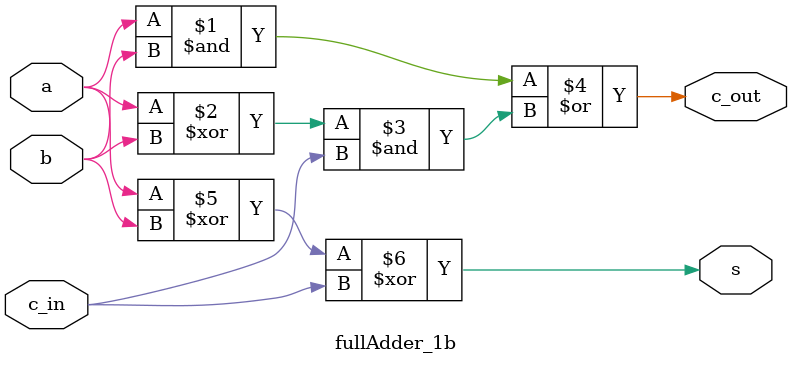
<source format=v>
/*
    CS/ECE 552 FALL '22
    Homework #2, Problem 1
    
    a 1-bit full adder
*/
module fullAdder_1b(s, c_out, a, b, c_in);
    output s;
    output c_out;
	input  a, b;
    input  c_in;

    // YOUR CODE HERE
    assign c_out = (a & b) | ((a ^ b) & c_in); 
    assign s =  (a ^ b) ^ c_in;

    /*
    wire a_xor_b, a_and_b, not_a_and_b, cin_and_int, not_cin_and_int, cout_int;

    //S output logic
    xor2 x1(a, b, a_xor_b); 
    xor2 x2(c_in, a_xor_b, s);
    
    //Cout output logic
    nand2 and1(a, b, a_and_b); 
    not1 n1(a_and_b, not_a_and_b); 
    
    nand2 and2(c_in, a_xor_b, cin_and_int); 
    not1 n2(cin_and_int, not_cin_and_int);

    nor2 or1(not_cin_and_int, not_a_and_b, cout_int); 
    not1 n3(cout_int, c_out);   
    */

endmodule

</source>
